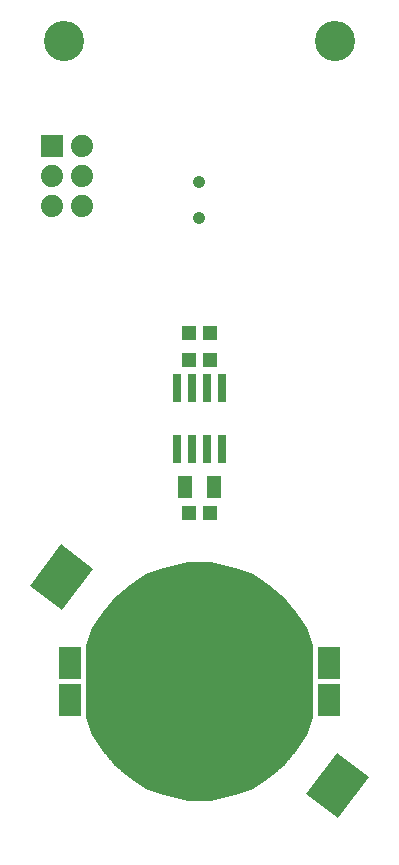
<source format=gbr>
G75*
%MOIN*%
%OFA0B0*%
%FSLAX25Y25*%
%IPPOS*%
%LPD*%
%AMOC8*
5,1,8,0,0,1.08239X$1,22.5*
%
%ADD10C,0.13398*%
%ADD11R,0.07800X0.10800*%
%ADD12C,0.32296*%
%ADD13C,0.00500*%
%ADD14R,0.07400X0.07400*%
%ADD15C,0.07400*%
%ADD16R,0.13398X0.17335*%
%ADD17R,0.05131X0.07493*%
%ADD18R,0.05131X0.04737*%
%ADD19R,0.04737X0.05131*%
%ADD20R,0.03162X0.09461*%
%ADD21C,0.04146*%
D10*
X0013780Y0261811D03*
X0104331Y0261811D03*
D11*
X0102362Y0054331D03*
X0015748Y0054331D03*
X0102362Y0042126D03*
X0015748Y0042126D03*
D12*
X0059055Y0048228D03*
D13*
X0059055Y0087598D02*
X0062992Y0087598D01*
X0070866Y0085630D01*
X0076772Y0083661D01*
X0082677Y0079724D01*
X0087008Y0076181D01*
X0090551Y0071850D01*
X0094488Y0065945D01*
X0096457Y0060039D01*
X0096457Y0048228D01*
X0059055Y0048228D01*
X0059055Y0087598D01*
X0059055Y0048356D02*
X0096457Y0048356D01*
X0096457Y0048854D02*
X0059055Y0048854D01*
X0059055Y0049353D02*
X0096457Y0049353D01*
X0096457Y0049851D02*
X0059055Y0049851D01*
X0059055Y0050350D02*
X0096457Y0050350D01*
X0096457Y0050848D02*
X0059055Y0050848D01*
X0059055Y0051347D02*
X0096457Y0051347D01*
X0096457Y0051845D02*
X0059055Y0051845D01*
X0059055Y0052344D02*
X0096457Y0052344D01*
X0096457Y0052842D02*
X0059055Y0052842D01*
X0059055Y0053341D02*
X0096457Y0053341D01*
X0096457Y0053839D02*
X0059055Y0053839D01*
X0059055Y0054338D02*
X0096457Y0054338D01*
X0096457Y0054836D02*
X0059055Y0054836D01*
X0059055Y0055335D02*
X0096457Y0055335D01*
X0096457Y0055833D02*
X0059055Y0055833D01*
X0059055Y0056332D02*
X0096457Y0056332D01*
X0096457Y0056830D02*
X0059055Y0056830D01*
X0059055Y0057329D02*
X0096457Y0057329D01*
X0096457Y0057827D02*
X0059055Y0057827D01*
X0059055Y0058326D02*
X0096457Y0058326D01*
X0096457Y0058824D02*
X0059055Y0058824D01*
X0059055Y0059323D02*
X0096457Y0059323D01*
X0096457Y0059821D02*
X0059055Y0059821D01*
X0059055Y0060320D02*
X0096363Y0060320D01*
X0096197Y0060818D02*
X0059055Y0060818D01*
X0059055Y0061317D02*
X0096031Y0061317D01*
X0095865Y0061815D02*
X0059055Y0061815D01*
X0059055Y0062314D02*
X0095699Y0062314D01*
X0095532Y0062812D02*
X0059055Y0062812D01*
X0059055Y0063311D02*
X0095366Y0063311D01*
X0095200Y0063809D02*
X0059055Y0063809D01*
X0059055Y0064308D02*
X0095034Y0064308D01*
X0094868Y0064806D02*
X0059055Y0064806D01*
X0059055Y0065305D02*
X0094701Y0065305D01*
X0094535Y0065803D02*
X0059055Y0065803D01*
X0059055Y0066302D02*
X0094250Y0066302D01*
X0093918Y0066801D02*
X0059055Y0066801D01*
X0059055Y0067299D02*
X0093585Y0067299D01*
X0093253Y0067798D02*
X0059055Y0067798D01*
X0059055Y0068296D02*
X0092921Y0068296D01*
X0092588Y0068795D02*
X0059055Y0068795D01*
X0059055Y0069293D02*
X0092256Y0069293D01*
X0091924Y0069792D02*
X0059055Y0069792D01*
X0059055Y0070290D02*
X0091591Y0070290D01*
X0091259Y0070789D02*
X0059055Y0070789D01*
X0059055Y0071287D02*
X0090927Y0071287D01*
X0090594Y0071786D02*
X0059055Y0071786D01*
X0059055Y0072284D02*
X0090196Y0072284D01*
X0089788Y0072783D02*
X0059055Y0072783D01*
X0059055Y0073281D02*
X0089381Y0073281D01*
X0088973Y0073780D02*
X0059055Y0073780D01*
X0059055Y0074278D02*
X0088565Y0074278D01*
X0088157Y0074777D02*
X0059055Y0074777D01*
X0059055Y0075275D02*
X0087749Y0075275D01*
X0087341Y0075774D02*
X0059055Y0075774D01*
X0059055Y0076272D02*
X0086896Y0076272D01*
X0086287Y0076771D02*
X0059055Y0076771D01*
X0059055Y0077269D02*
X0085678Y0077269D01*
X0085069Y0077768D02*
X0059055Y0077768D01*
X0059055Y0078266D02*
X0084459Y0078266D01*
X0083850Y0078765D02*
X0059055Y0078765D01*
X0059055Y0079263D02*
X0083241Y0079263D01*
X0082621Y0079762D02*
X0059055Y0079762D01*
X0059055Y0080260D02*
X0081873Y0080260D01*
X0081126Y0080759D02*
X0059055Y0080759D01*
X0059055Y0081257D02*
X0080378Y0081257D01*
X0079630Y0081756D02*
X0059055Y0081756D01*
X0059055Y0082254D02*
X0078882Y0082254D01*
X0078134Y0082753D02*
X0059055Y0082753D01*
X0059055Y0083251D02*
X0077387Y0083251D01*
X0076506Y0083750D02*
X0059055Y0083750D01*
X0059055Y0084248D02*
X0075011Y0084248D01*
X0073515Y0084747D02*
X0059055Y0084747D01*
X0059055Y0085245D02*
X0072020Y0085245D01*
X0070410Y0085744D02*
X0059055Y0085744D01*
X0059055Y0086242D02*
X0068416Y0086242D01*
X0066422Y0086741D02*
X0059055Y0086741D01*
X0059055Y0087239D02*
X0064428Y0087239D01*
X0059055Y0008858D02*
X0055118Y0008858D01*
X0047244Y0010827D01*
X0041339Y0012795D01*
X0035433Y0016732D01*
X0031102Y0020276D01*
X0027559Y0024606D01*
X0023622Y0030512D01*
X0021654Y0036417D01*
X0021654Y0048228D01*
X0059055Y0048228D01*
X0059055Y0008858D01*
X0059055Y0008973D02*
X0054658Y0008973D01*
X0052664Y0009472D02*
X0059055Y0009472D01*
X0059055Y0009970D02*
X0050670Y0009970D01*
X0048676Y0010469D02*
X0059055Y0010469D01*
X0059055Y0010967D02*
X0046823Y0010967D01*
X0045327Y0011466D02*
X0059055Y0011466D01*
X0059055Y0011964D02*
X0043832Y0011964D01*
X0042336Y0012463D02*
X0059055Y0012463D01*
X0059055Y0012961D02*
X0041090Y0012961D01*
X0040342Y0013460D02*
X0059055Y0013460D01*
X0059055Y0013958D02*
X0039594Y0013958D01*
X0038846Y0014457D02*
X0059055Y0014457D01*
X0059055Y0014955D02*
X0038098Y0014955D01*
X0037351Y0015454D02*
X0059055Y0015454D01*
X0059055Y0015952D02*
X0036603Y0015952D01*
X0035855Y0016451D02*
X0059055Y0016451D01*
X0059055Y0016949D02*
X0035168Y0016949D01*
X0034558Y0017448D02*
X0059055Y0017448D01*
X0059055Y0017946D02*
X0033949Y0017946D01*
X0033340Y0018445D02*
X0059055Y0018445D01*
X0059055Y0018943D02*
X0032731Y0018943D01*
X0032121Y0019442D02*
X0059055Y0019442D01*
X0059055Y0019940D02*
X0031512Y0019940D01*
X0030969Y0020439D02*
X0059055Y0020439D01*
X0059055Y0020937D02*
X0030561Y0020937D01*
X0030153Y0021436D02*
X0059055Y0021436D01*
X0059055Y0021934D02*
X0029745Y0021934D01*
X0029337Y0022433D02*
X0059055Y0022433D01*
X0059055Y0022932D02*
X0028929Y0022932D01*
X0028521Y0023430D02*
X0059055Y0023430D01*
X0059055Y0023929D02*
X0028114Y0023929D01*
X0027706Y0024427D02*
X0059055Y0024427D01*
X0059055Y0024926D02*
X0027346Y0024926D01*
X0027014Y0025424D02*
X0059055Y0025424D01*
X0059055Y0025923D02*
X0026682Y0025923D01*
X0026349Y0026421D02*
X0059055Y0026421D01*
X0059055Y0026920D02*
X0026017Y0026920D01*
X0025685Y0027418D02*
X0059055Y0027418D01*
X0059055Y0027917D02*
X0025352Y0027917D01*
X0025020Y0028415D02*
X0059055Y0028415D01*
X0059055Y0028914D02*
X0024687Y0028914D01*
X0024355Y0029412D02*
X0059055Y0029412D01*
X0059055Y0029911D02*
X0024023Y0029911D01*
X0023690Y0030409D02*
X0059055Y0030409D01*
X0059055Y0030908D02*
X0023490Y0030908D01*
X0023324Y0031406D02*
X0059055Y0031406D01*
X0059055Y0031905D02*
X0023158Y0031905D01*
X0022992Y0032403D02*
X0059055Y0032403D01*
X0059055Y0032902D02*
X0022825Y0032902D01*
X0022659Y0033400D02*
X0059055Y0033400D01*
X0059055Y0033899D02*
X0022493Y0033899D01*
X0022327Y0034397D02*
X0059055Y0034397D01*
X0059055Y0034896D02*
X0022161Y0034896D01*
X0021995Y0035394D02*
X0059055Y0035394D01*
X0059055Y0035893D02*
X0021828Y0035893D01*
X0021662Y0036391D02*
X0059055Y0036391D01*
X0059055Y0036890D02*
X0021654Y0036890D01*
X0021654Y0037388D02*
X0059055Y0037388D01*
X0059055Y0037887D02*
X0021654Y0037887D01*
X0021654Y0038385D02*
X0059055Y0038385D01*
X0059055Y0038884D02*
X0021654Y0038884D01*
X0021654Y0039382D02*
X0059055Y0039382D01*
X0059055Y0039881D02*
X0021654Y0039881D01*
X0021654Y0040379D02*
X0059055Y0040379D01*
X0059055Y0040878D02*
X0021654Y0040878D01*
X0021654Y0041376D02*
X0059055Y0041376D01*
X0059055Y0041875D02*
X0021654Y0041875D01*
X0021654Y0042373D02*
X0059055Y0042373D01*
X0059055Y0042872D02*
X0021654Y0042872D01*
X0021654Y0043370D02*
X0059055Y0043370D01*
X0059055Y0043869D02*
X0021654Y0043869D01*
X0021654Y0044368D02*
X0059055Y0044368D01*
X0059055Y0044866D02*
X0021654Y0044866D01*
X0021654Y0045365D02*
X0059055Y0045365D01*
X0059055Y0045863D02*
X0021654Y0045863D01*
X0021654Y0046362D02*
X0059055Y0046362D01*
X0059055Y0046860D02*
X0021654Y0046860D01*
X0021654Y0047359D02*
X0059055Y0047359D01*
X0059055Y0047857D02*
X0021654Y0047857D01*
X0021654Y0048228D02*
X0021654Y0060039D01*
X0023622Y0065945D01*
X0027559Y0071850D01*
X0031102Y0076181D01*
X0035433Y0079724D01*
X0041339Y0083661D01*
X0047244Y0085630D01*
X0055118Y0087598D01*
X0059055Y0087598D01*
X0059055Y0048228D01*
X0021654Y0048228D01*
X0021654Y0048356D02*
X0059055Y0048356D01*
X0059055Y0048854D02*
X0021654Y0048854D01*
X0021654Y0049353D02*
X0059055Y0049353D01*
X0059055Y0049851D02*
X0021654Y0049851D01*
X0021654Y0050350D02*
X0059055Y0050350D01*
X0059055Y0050848D02*
X0021654Y0050848D01*
X0021654Y0051347D02*
X0059055Y0051347D01*
X0059055Y0051845D02*
X0021654Y0051845D01*
X0021654Y0052344D02*
X0059055Y0052344D01*
X0059055Y0052842D02*
X0021654Y0052842D01*
X0021654Y0053341D02*
X0059055Y0053341D01*
X0059055Y0053839D02*
X0021654Y0053839D01*
X0021654Y0054338D02*
X0059055Y0054338D01*
X0059055Y0054836D02*
X0021654Y0054836D01*
X0021654Y0055335D02*
X0059055Y0055335D01*
X0059055Y0055833D02*
X0021654Y0055833D01*
X0021654Y0056332D02*
X0059055Y0056332D01*
X0059055Y0056830D02*
X0021654Y0056830D01*
X0021654Y0057329D02*
X0059055Y0057329D01*
X0059055Y0057827D02*
X0021654Y0057827D01*
X0021654Y0058326D02*
X0059055Y0058326D01*
X0059055Y0058824D02*
X0021654Y0058824D01*
X0021654Y0059323D02*
X0059055Y0059323D01*
X0059055Y0059821D02*
X0021654Y0059821D01*
X0021747Y0060320D02*
X0059055Y0060320D01*
X0059055Y0060818D02*
X0021913Y0060818D01*
X0022079Y0061317D02*
X0059055Y0061317D01*
X0059055Y0061815D02*
X0022246Y0061815D01*
X0022412Y0062314D02*
X0059055Y0062314D01*
X0059055Y0062812D02*
X0022578Y0062812D01*
X0022744Y0063311D02*
X0059055Y0063311D01*
X0059055Y0063809D02*
X0022910Y0063809D01*
X0023076Y0064308D02*
X0059055Y0064308D01*
X0059055Y0064806D02*
X0023243Y0064806D01*
X0023409Y0065305D02*
X0059055Y0065305D01*
X0059055Y0065803D02*
X0023575Y0065803D01*
X0023860Y0066302D02*
X0059055Y0066302D01*
X0059055Y0066801D02*
X0024192Y0066801D01*
X0024525Y0067299D02*
X0059055Y0067299D01*
X0059055Y0067798D02*
X0024857Y0067798D01*
X0025189Y0068296D02*
X0059055Y0068296D01*
X0059055Y0068795D02*
X0025522Y0068795D01*
X0025854Y0069293D02*
X0059055Y0069293D01*
X0059055Y0069792D02*
X0026187Y0069792D01*
X0026519Y0070290D02*
X0059055Y0070290D01*
X0059055Y0070789D02*
X0026851Y0070789D01*
X0027184Y0071287D02*
X0059055Y0071287D01*
X0059055Y0071786D02*
X0027516Y0071786D01*
X0027914Y0072284D02*
X0059055Y0072284D01*
X0059055Y0072783D02*
X0028322Y0072783D01*
X0028730Y0073281D02*
X0059055Y0073281D01*
X0059055Y0073780D02*
X0029138Y0073780D01*
X0029545Y0074278D02*
X0059055Y0074278D01*
X0059055Y0074777D02*
X0029953Y0074777D01*
X0030361Y0075275D02*
X0059055Y0075275D01*
X0059055Y0075774D02*
X0030769Y0075774D01*
X0031214Y0076272D02*
X0059055Y0076272D01*
X0059055Y0076771D02*
X0031823Y0076771D01*
X0032432Y0077269D02*
X0059055Y0077269D01*
X0059055Y0077768D02*
X0033042Y0077768D01*
X0033651Y0078266D02*
X0059055Y0078266D01*
X0059055Y0078765D02*
X0034260Y0078765D01*
X0034869Y0079263D02*
X0059055Y0079263D01*
X0059055Y0079762D02*
X0035489Y0079762D01*
X0036237Y0080260D02*
X0059055Y0080260D01*
X0059055Y0080759D02*
X0036985Y0080759D01*
X0037732Y0081257D02*
X0059055Y0081257D01*
X0059055Y0081756D02*
X0038480Y0081756D01*
X0039228Y0082254D02*
X0059055Y0082254D01*
X0059055Y0082753D02*
X0039976Y0082753D01*
X0040724Y0083251D02*
X0059055Y0083251D01*
X0059055Y0083750D02*
X0041604Y0083750D01*
X0043100Y0084248D02*
X0059055Y0084248D01*
X0059055Y0084747D02*
X0044595Y0084747D01*
X0046091Y0085245D02*
X0059055Y0085245D01*
X0059055Y0085744D02*
X0047700Y0085744D01*
X0049694Y0086242D02*
X0059055Y0086242D01*
X0059055Y0086741D02*
X0051688Y0086741D01*
X0053682Y0087239D02*
X0059055Y0087239D01*
X0096457Y0048228D02*
X0096457Y0036417D01*
X0094488Y0030512D01*
X0090551Y0024606D01*
X0087008Y0020276D01*
X0082677Y0016732D01*
X0076772Y0012795D01*
X0070866Y0010827D01*
X0062992Y0008858D01*
X0059055Y0008858D01*
X0059055Y0048228D01*
X0096457Y0048228D01*
X0063452Y0008973D02*
X0059055Y0008973D01*
X0059055Y0009472D02*
X0065446Y0009472D01*
X0067440Y0009970D02*
X0059055Y0009970D01*
X0059055Y0010469D02*
X0069434Y0010469D01*
X0071288Y0010967D02*
X0059055Y0010967D01*
X0059055Y0011466D02*
X0072783Y0011466D01*
X0074279Y0011964D02*
X0059055Y0011964D01*
X0059055Y0012463D02*
X0075774Y0012463D01*
X0077021Y0012961D02*
X0059055Y0012961D01*
X0059055Y0013460D02*
X0077768Y0013460D01*
X0078516Y0013958D02*
X0059055Y0013958D01*
X0059055Y0014457D02*
X0079264Y0014457D01*
X0080012Y0014955D02*
X0059055Y0014955D01*
X0059055Y0015454D02*
X0080760Y0015454D01*
X0081507Y0015952D02*
X0059055Y0015952D01*
X0059055Y0016451D02*
X0082255Y0016451D01*
X0082943Y0016949D02*
X0059055Y0016949D01*
X0059055Y0017448D02*
X0083552Y0017448D01*
X0084161Y0017946D02*
X0059055Y0017946D01*
X0059055Y0018445D02*
X0084770Y0018445D01*
X0085380Y0018943D02*
X0059055Y0018943D01*
X0059055Y0019442D02*
X0085989Y0019442D01*
X0086598Y0019940D02*
X0059055Y0019940D01*
X0059055Y0020439D02*
X0087142Y0020439D01*
X0087549Y0020937D02*
X0059055Y0020937D01*
X0059055Y0021436D02*
X0087957Y0021436D01*
X0088365Y0021934D02*
X0059055Y0021934D01*
X0059055Y0022433D02*
X0088773Y0022433D01*
X0089181Y0022932D02*
X0059055Y0022932D01*
X0059055Y0023430D02*
X0089589Y0023430D01*
X0089997Y0023929D02*
X0059055Y0023929D01*
X0059055Y0024427D02*
X0090405Y0024427D01*
X0090764Y0024926D02*
X0059055Y0024926D01*
X0059055Y0025424D02*
X0091096Y0025424D01*
X0091429Y0025923D02*
X0059055Y0025923D01*
X0059055Y0026421D02*
X0091761Y0026421D01*
X0092093Y0026920D02*
X0059055Y0026920D01*
X0059055Y0027418D02*
X0092426Y0027418D01*
X0092758Y0027917D02*
X0059055Y0027917D01*
X0059055Y0028415D02*
X0093090Y0028415D01*
X0093423Y0028914D02*
X0059055Y0028914D01*
X0059055Y0029412D02*
X0093755Y0029412D01*
X0094087Y0029911D02*
X0059055Y0029911D01*
X0059055Y0030409D02*
X0094420Y0030409D01*
X0094620Y0030908D02*
X0059055Y0030908D01*
X0059055Y0031406D02*
X0094786Y0031406D01*
X0094952Y0031905D02*
X0059055Y0031905D01*
X0059055Y0032403D02*
X0095119Y0032403D01*
X0095285Y0032902D02*
X0059055Y0032902D01*
X0059055Y0033400D02*
X0095451Y0033400D01*
X0095617Y0033899D02*
X0059055Y0033899D01*
X0059055Y0034397D02*
X0095783Y0034397D01*
X0095950Y0034896D02*
X0059055Y0034896D01*
X0059055Y0035394D02*
X0096116Y0035394D01*
X0096282Y0035893D02*
X0059055Y0035893D01*
X0059055Y0036391D02*
X0096448Y0036391D01*
X0096457Y0036890D02*
X0059055Y0036890D01*
X0059055Y0037388D02*
X0096457Y0037388D01*
X0096457Y0037887D02*
X0059055Y0037887D01*
X0059055Y0038385D02*
X0096457Y0038385D01*
X0096457Y0038884D02*
X0059055Y0038884D01*
X0059055Y0039382D02*
X0096457Y0039382D01*
X0096457Y0039881D02*
X0059055Y0039881D01*
X0059055Y0040379D02*
X0096457Y0040379D01*
X0096457Y0040878D02*
X0059055Y0040878D01*
X0059055Y0041376D02*
X0096457Y0041376D01*
X0096457Y0041875D02*
X0059055Y0041875D01*
X0059055Y0042373D02*
X0096457Y0042373D01*
X0096457Y0042872D02*
X0059055Y0042872D01*
X0059055Y0043370D02*
X0096457Y0043370D01*
X0096457Y0043869D02*
X0059055Y0043869D01*
X0059055Y0044368D02*
X0096457Y0044368D01*
X0096457Y0044866D02*
X0059055Y0044866D01*
X0059055Y0045365D02*
X0096457Y0045365D01*
X0096457Y0045863D02*
X0059055Y0045863D01*
X0059055Y0046362D02*
X0096457Y0046362D01*
X0096457Y0046860D02*
X0059055Y0046860D01*
X0059055Y0047359D02*
X0096457Y0047359D01*
X0096457Y0047857D02*
X0059055Y0047857D01*
D14*
X0009764Y0226535D03*
D15*
X0019764Y0226535D03*
X0009764Y0216535D03*
X0019764Y0216535D03*
X0009764Y0206535D03*
X0019764Y0206535D03*
D16*
G36*
X0013126Y0071986D02*
X0002427Y0080049D01*
X0012858Y0093892D01*
X0023557Y0085829D01*
X0013126Y0071986D01*
G37*
G36*
X0105252Y0002564D02*
X0094553Y0010627D01*
X0104984Y0024470D01*
X0115683Y0016407D01*
X0105252Y0002564D01*
G37*
D17*
X0063976Y0113189D03*
X0054134Y0113189D03*
D18*
X0062402Y0104331D03*
X0055709Y0104331D03*
D19*
X0062402Y0164370D03*
X0055709Y0164370D03*
X0062402Y0155512D03*
X0055709Y0155512D03*
D20*
X0061555Y0125591D03*
X0061555Y0146063D03*
X0066555Y0125591D03*
X0056555Y0125591D03*
X0051555Y0125591D03*
X0066555Y0146063D03*
X0056555Y0146063D03*
X0051555Y0146063D03*
D21*
X0059055Y0202756D03*
X0059055Y0214567D03*
M02*

</source>
